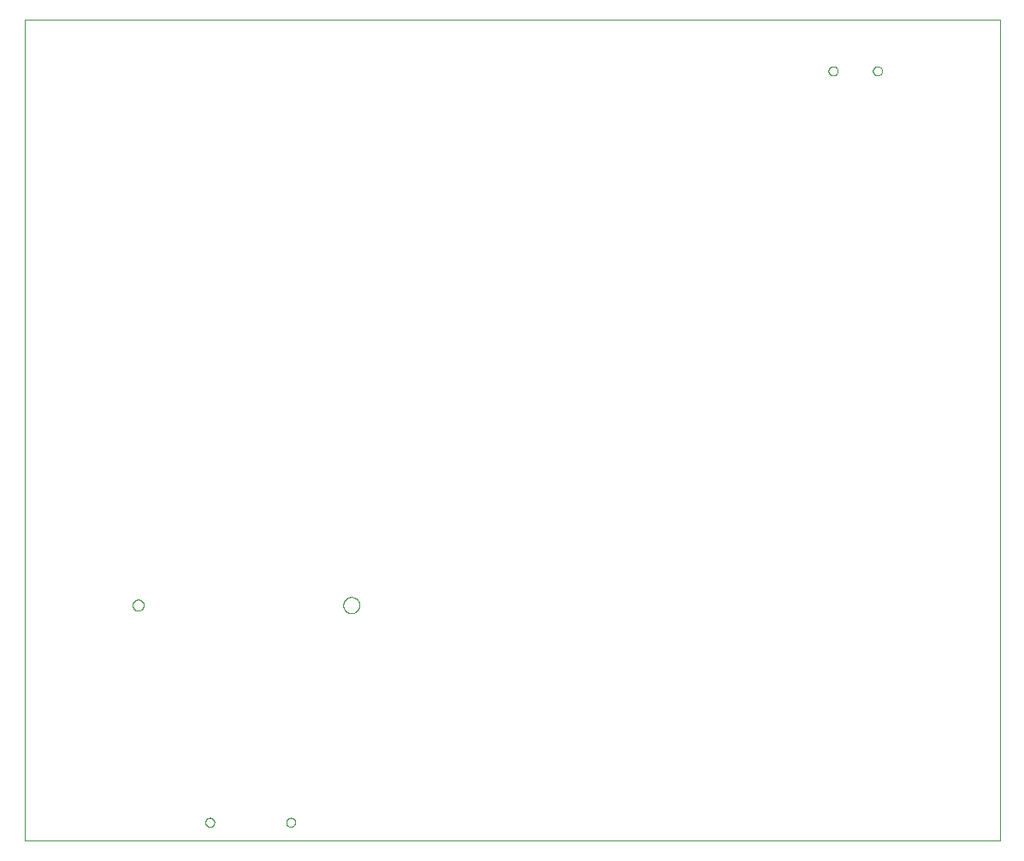
<source format=gko>
G04 EAGLE Gerber RS-274X export*
G75*
%MOMM*%
%FSLAX34Y34*%
%LPD*%
%INMill Layer*%
%IPPOS*%
%AMOC8*
5,1,8,0,0,1.08239X$1,22.5*%
G01*
%ADD10C,0.000000*%


D10*
X0Y0D02*
X965200Y0D01*
X965200Y812480D01*
X0Y812480D01*
X0Y0D01*
X107100Y233000D02*
X107102Y233148D01*
X107108Y233296D01*
X107118Y233444D01*
X107132Y233592D01*
X107150Y233739D01*
X107172Y233886D01*
X107198Y234032D01*
X107227Y234177D01*
X107261Y234322D01*
X107299Y234465D01*
X107340Y234608D01*
X107385Y234749D01*
X107435Y234889D01*
X107487Y235027D01*
X107544Y235165D01*
X107604Y235300D01*
X107668Y235434D01*
X107735Y235566D01*
X107806Y235696D01*
X107881Y235825D01*
X107959Y235951D01*
X108040Y236075D01*
X108124Y236197D01*
X108212Y236316D01*
X108303Y236433D01*
X108397Y236548D01*
X108495Y236660D01*
X108595Y236769D01*
X108698Y236876D01*
X108804Y236980D01*
X108912Y237081D01*
X109024Y237179D01*
X109138Y237274D01*
X109254Y237365D01*
X109373Y237454D01*
X109494Y237539D01*
X109618Y237621D01*
X109744Y237700D01*
X109871Y237775D01*
X110001Y237847D01*
X110133Y237916D01*
X110266Y237980D01*
X110401Y238041D01*
X110538Y238099D01*
X110676Y238153D01*
X110816Y238203D01*
X110957Y238249D01*
X111099Y238291D01*
X111242Y238330D01*
X111386Y238364D01*
X111532Y238395D01*
X111677Y238422D01*
X111824Y238445D01*
X111971Y238464D01*
X112119Y238479D01*
X112266Y238490D01*
X112415Y238497D01*
X112563Y238500D01*
X112711Y238499D01*
X112859Y238494D01*
X113007Y238485D01*
X113155Y238472D01*
X113303Y238455D01*
X113449Y238434D01*
X113596Y238409D01*
X113741Y238380D01*
X113886Y238348D01*
X114029Y238311D01*
X114172Y238271D01*
X114314Y238226D01*
X114454Y238178D01*
X114593Y238126D01*
X114730Y238071D01*
X114866Y238011D01*
X115001Y237948D01*
X115133Y237882D01*
X115264Y237812D01*
X115393Y237738D01*
X115519Y237661D01*
X115644Y237581D01*
X115766Y237497D01*
X115887Y237410D01*
X116004Y237320D01*
X116120Y237226D01*
X116232Y237130D01*
X116342Y237031D01*
X116450Y236928D01*
X116554Y236823D01*
X116656Y236715D01*
X116754Y236604D01*
X116850Y236491D01*
X116943Y236375D01*
X117032Y236257D01*
X117118Y236136D01*
X117201Y236013D01*
X117281Y235888D01*
X117357Y235761D01*
X117430Y235631D01*
X117499Y235500D01*
X117564Y235367D01*
X117627Y235233D01*
X117685Y235096D01*
X117740Y234958D01*
X117790Y234819D01*
X117838Y234678D01*
X117881Y234537D01*
X117921Y234394D01*
X117956Y234250D01*
X117988Y234105D01*
X118016Y233959D01*
X118040Y233813D01*
X118060Y233666D01*
X118076Y233518D01*
X118088Y233371D01*
X118096Y233222D01*
X118100Y233074D01*
X118100Y232926D01*
X118096Y232778D01*
X118088Y232629D01*
X118076Y232482D01*
X118060Y232334D01*
X118040Y232187D01*
X118016Y232041D01*
X117988Y231895D01*
X117956Y231750D01*
X117921Y231606D01*
X117881Y231463D01*
X117838Y231322D01*
X117790Y231181D01*
X117740Y231042D01*
X117685Y230904D01*
X117627Y230767D01*
X117564Y230633D01*
X117499Y230500D01*
X117430Y230369D01*
X117357Y230239D01*
X117281Y230112D01*
X117201Y229987D01*
X117118Y229864D01*
X117032Y229743D01*
X116943Y229625D01*
X116850Y229509D01*
X116754Y229396D01*
X116656Y229285D01*
X116554Y229177D01*
X116450Y229072D01*
X116342Y228969D01*
X116232Y228870D01*
X116120Y228774D01*
X116004Y228680D01*
X115887Y228590D01*
X115766Y228503D01*
X115644Y228419D01*
X115519Y228339D01*
X115393Y228262D01*
X115264Y228188D01*
X115133Y228118D01*
X115001Y228052D01*
X114866Y227989D01*
X114730Y227929D01*
X114593Y227874D01*
X114454Y227822D01*
X114314Y227774D01*
X114172Y227729D01*
X114029Y227689D01*
X113886Y227652D01*
X113741Y227620D01*
X113596Y227591D01*
X113449Y227566D01*
X113303Y227545D01*
X113155Y227528D01*
X113007Y227515D01*
X112859Y227506D01*
X112711Y227501D01*
X112563Y227500D01*
X112415Y227503D01*
X112266Y227510D01*
X112119Y227521D01*
X111971Y227536D01*
X111824Y227555D01*
X111677Y227578D01*
X111532Y227605D01*
X111386Y227636D01*
X111242Y227670D01*
X111099Y227709D01*
X110957Y227751D01*
X110816Y227797D01*
X110676Y227847D01*
X110538Y227901D01*
X110401Y227959D01*
X110266Y228020D01*
X110133Y228084D01*
X110001Y228153D01*
X109871Y228225D01*
X109744Y228300D01*
X109618Y228379D01*
X109494Y228461D01*
X109373Y228546D01*
X109254Y228635D01*
X109138Y228726D01*
X109024Y228821D01*
X108912Y228919D01*
X108804Y229020D01*
X108698Y229124D01*
X108595Y229231D01*
X108495Y229340D01*
X108397Y229452D01*
X108303Y229567D01*
X108212Y229684D01*
X108124Y229803D01*
X108040Y229925D01*
X107959Y230049D01*
X107881Y230175D01*
X107806Y230304D01*
X107735Y230434D01*
X107668Y230566D01*
X107604Y230700D01*
X107544Y230835D01*
X107487Y230973D01*
X107435Y231111D01*
X107385Y231251D01*
X107340Y231392D01*
X107299Y231535D01*
X107261Y231678D01*
X107227Y231823D01*
X107198Y231968D01*
X107172Y232114D01*
X107150Y232261D01*
X107132Y232408D01*
X107118Y232556D01*
X107108Y232704D01*
X107102Y232852D01*
X107100Y233000D01*
X315600Y233000D02*
X315602Y233196D01*
X315610Y233393D01*
X315622Y233589D01*
X315639Y233784D01*
X315660Y233979D01*
X315687Y234174D01*
X315718Y234368D01*
X315754Y234561D01*
X315794Y234753D01*
X315840Y234944D01*
X315890Y235134D01*
X315944Y235322D01*
X316004Y235509D01*
X316068Y235695D01*
X316136Y235879D01*
X316209Y236061D01*
X316286Y236242D01*
X316368Y236420D01*
X316454Y236597D01*
X316545Y236771D01*
X316639Y236943D01*
X316738Y237113D01*
X316841Y237280D01*
X316948Y237445D01*
X317059Y237606D01*
X317174Y237766D01*
X317293Y237922D01*
X317416Y238075D01*
X317542Y238225D01*
X317672Y238372D01*
X317806Y238516D01*
X317943Y238657D01*
X318084Y238794D01*
X318228Y238928D01*
X318375Y239058D01*
X318525Y239184D01*
X318678Y239307D01*
X318834Y239426D01*
X318994Y239541D01*
X319155Y239652D01*
X319320Y239759D01*
X319487Y239862D01*
X319657Y239961D01*
X319829Y240055D01*
X320003Y240146D01*
X320180Y240232D01*
X320358Y240314D01*
X320539Y240391D01*
X320721Y240464D01*
X320905Y240532D01*
X321091Y240596D01*
X321278Y240656D01*
X321466Y240710D01*
X321656Y240760D01*
X321847Y240806D01*
X322039Y240846D01*
X322232Y240882D01*
X322426Y240913D01*
X322621Y240940D01*
X322816Y240961D01*
X323011Y240978D01*
X323207Y240990D01*
X323404Y240998D01*
X323600Y241000D01*
X323796Y240998D01*
X323993Y240990D01*
X324189Y240978D01*
X324384Y240961D01*
X324579Y240940D01*
X324774Y240913D01*
X324968Y240882D01*
X325161Y240846D01*
X325353Y240806D01*
X325544Y240760D01*
X325734Y240710D01*
X325922Y240656D01*
X326109Y240596D01*
X326295Y240532D01*
X326479Y240464D01*
X326661Y240391D01*
X326842Y240314D01*
X327020Y240232D01*
X327197Y240146D01*
X327371Y240055D01*
X327543Y239961D01*
X327713Y239862D01*
X327880Y239759D01*
X328045Y239652D01*
X328206Y239541D01*
X328366Y239426D01*
X328522Y239307D01*
X328675Y239184D01*
X328825Y239058D01*
X328972Y238928D01*
X329116Y238794D01*
X329257Y238657D01*
X329394Y238516D01*
X329528Y238372D01*
X329658Y238225D01*
X329784Y238075D01*
X329907Y237922D01*
X330026Y237766D01*
X330141Y237606D01*
X330252Y237445D01*
X330359Y237280D01*
X330462Y237113D01*
X330561Y236943D01*
X330655Y236771D01*
X330746Y236597D01*
X330832Y236420D01*
X330914Y236242D01*
X330991Y236061D01*
X331064Y235879D01*
X331132Y235695D01*
X331196Y235509D01*
X331256Y235322D01*
X331310Y235134D01*
X331360Y234944D01*
X331406Y234753D01*
X331446Y234561D01*
X331482Y234368D01*
X331513Y234174D01*
X331540Y233979D01*
X331561Y233784D01*
X331578Y233589D01*
X331590Y233393D01*
X331598Y233196D01*
X331600Y233000D01*
X331598Y232804D01*
X331590Y232607D01*
X331578Y232411D01*
X331561Y232216D01*
X331540Y232021D01*
X331513Y231826D01*
X331482Y231632D01*
X331446Y231439D01*
X331406Y231247D01*
X331360Y231056D01*
X331310Y230866D01*
X331256Y230678D01*
X331196Y230491D01*
X331132Y230305D01*
X331064Y230121D01*
X330991Y229939D01*
X330914Y229758D01*
X330832Y229580D01*
X330746Y229403D01*
X330655Y229229D01*
X330561Y229057D01*
X330462Y228887D01*
X330359Y228720D01*
X330252Y228555D01*
X330141Y228394D01*
X330026Y228234D01*
X329907Y228078D01*
X329784Y227925D01*
X329658Y227775D01*
X329528Y227628D01*
X329394Y227484D01*
X329257Y227343D01*
X329116Y227206D01*
X328972Y227072D01*
X328825Y226942D01*
X328675Y226816D01*
X328522Y226693D01*
X328366Y226574D01*
X328206Y226459D01*
X328045Y226348D01*
X327880Y226241D01*
X327713Y226138D01*
X327543Y226039D01*
X327371Y225945D01*
X327197Y225854D01*
X327020Y225768D01*
X326842Y225686D01*
X326661Y225609D01*
X326479Y225536D01*
X326295Y225468D01*
X326109Y225404D01*
X325922Y225344D01*
X325734Y225290D01*
X325544Y225240D01*
X325353Y225194D01*
X325161Y225154D01*
X324968Y225118D01*
X324774Y225087D01*
X324579Y225060D01*
X324384Y225039D01*
X324189Y225022D01*
X323993Y225010D01*
X323796Y225002D01*
X323600Y225000D01*
X323404Y225002D01*
X323207Y225010D01*
X323011Y225022D01*
X322816Y225039D01*
X322621Y225060D01*
X322426Y225087D01*
X322232Y225118D01*
X322039Y225154D01*
X321847Y225194D01*
X321656Y225240D01*
X321466Y225290D01*
X321278Y225344D01*
X321091Y225404D01*
X320905Y225468D01*
X320721Y225536D01*
X320539Y225609D01*
X320358Y225686D01*
X320180Y225768D01*
X320003Y225854D01*
X319829Y225945D01*
X319657Y226039D01*
X319487Y226138D01*
X319320Y226241D01*
X319155Y226348D01*
X318994Y226459D01*
X318834Y226574D01*
X318678Y226693D01*
X318525Y226816D01*
X318375Y226942D01*
X318228Y227072D01*
X318084Y227206D01*
X317943Y227343D01*
X317806Y227484D01*
X317672Y227628D01*
X317542Y227775D01*
X317416Y227925D01*
X317293Y228078D01*
X317174Y228234D01*
X317059Y228394D01*
X316948Y228555D01*
X316841Y228720D01*
X316738Y228887D01*
X316639Y229057D01*
X316545Y229229D01*
X316454Y229403D01*
X316368Y229580D01*
X316286Y229758D01*
X316209Y229939D01*
X316136Y230121D01*
X316068Y230305D01*
X316004Y230491D01*
X315944Y230678D01*
X315890Y230866D01*
X315840Y231056D01*
X315794Y231247D01*
X315754Y231439D01*
X315718Y231632D01*
X315687Y231826D01*
X315660Y232021D01*
X315639Y232216D01*
X315622Y232411D01*
X315610Y232607D01*
X315602Y232804D01*
X315600Y233000D01*
X839825Y762000D02*
X839827Y762134D01*
X839833Y762268D01*
X839843Y762401D01*
X839857Y762535D01*
X839875Y762668D01*
X839897Y762800D01*
X839922Y762931D01*
X839952Y763062D01*
X839986Y763192D01*
X840023Y763320D01*
X840064Y763448D01*
X840109Y763574D01*
X840158Y763699D01*
X840210Y763822D01*
X840266Y763944D01*
X840326Y764064D01*
X840389Y764182D01*
X840456Y764298D01*
X840526Y764412D01*
X840600Y764524D01*
X840677Y764634D01*
X840757Y764742D01*
X840840Y764847D01*
X840926Y764949D01*
X841015Y765049D01*
X841108Y765146D01*
X841203Y765241D01*
X841301Y765332D01*
X841401Y765421D01*
X841504Y765506D01*
X841610Y765589D01*
X841718Y765668D01*
X841828Y765744D01*
X841941Y765817D01*
X842056Y765886D01*
X842172Y765952D01*
X842291Y766014D01*
X842411Y766073D01*
X842534Y766128D01*
X842657Y766180D01*
X842782Y766227D01*
X842909Y766271D01*
X843037Y766312D01*
X843166Y766348D01*
X843296Y766381D01*
X843427Y766409D01*
X843558Y766434D01*
X843691Y766455D01*
X843824Y766472D01*
X843957Y766485D01*
X844091Y766494D01*
X844225Y766499D01*
X844359Y766500D01*
X844492Y766497D01*
X844626Y766490D01*
X844760Y766479D01*
X844893Y766464D01*
X845026Y766445D01*
X845158Y766422D01*
X845289Y766396D01*
X845419Y766365D01*
X845549Y766330D01*
X845677Y766292D01*
X845804Y766250D01*
X845930Y766204D01*
X846055Y766154D01*
X846178Y766101D01*
X846299Y766044D01*
X846419Y765983D01*
X846536Y765919D01*
X846652Y765852D01*
X846766Y765781D01*
X846877Y765706D01*
X846986Y765629D01*
X847093Y765548D01*
X847198Y765464D01*
X847299Y765377D01*
X847399Y765287D01*
X847495Y765194D01*
X847589Y765098D01*
X847680Y764999D01*
X847767Y764898D01*
X847852Y764794D01*
X847934Y764688D01*
X848012Y764580D01*
X848087Y764469D01*
X848159Y764356D01*
X848228Y764240D01*
X848293Y764123D01*
X848354Y764004D01*
X848412Y763883D01*
X848466Y763761D01*
X848517Y763637D01*
X848564Y763511D01*
X848607Y763384D01*
X848646Y763256D01*
X848682Y763127D01*
X848713Y762997D01*
X848741Y762866D01*
X848765Y762734D01*
X848785Y762601D01*
X848801Y762468D01*
X848813Y762335D01*
X848821Y762201D01*
X848825Y762067D01*
X848825Y761933D01*
X848821Y761799D01*
X848813Y761665D01*
X848801Y761532D01*
X848785Y761399D01*
X848765Y761266D01*
X848741Y761134D01*
X848713Y761003D01*
X848682Y760873D01*
X848646Y760744D01*
X848607Y760616D01*
X848564Y760489D01*
X848517Y760363D01*
X848466Y760239D01*
X848412Y760117D01*
X848354Y759996D01*
X848293Y759877D01*
X848228Y759760D01*
X848159Y759644D01*
X848087Y759531D01*
X848012Y759420D01*
X847934Y759312D01*
X847852Y759206D01*
X847767Y759102D01*
X847680Y759001D01*
X847589Y758902D01*
X847495Y758806D01*
X847399Y758713D01*
X847299Y758623D01*
X847198Y758536D01*
X847093Y758452D01*
X846986Y758371D01*
X846877Y758294D01*
X846766Y758219D01*
X846652Y758148D01*
X846536Y758081D01*
X846419Y758017D01*
X846299Y757956D01*
X846178Y757899D01*
X846055Y757846D01*
X845930Y757796D01*
X845804Y757750D01*
X845677Y757708D01*
X845549Y757670D01*
X845419Y757635D01*
X845289Y757604D01*
X845158Y757578D01*
X845026Y757555D01*
X844893Y757536D01*
X844760Y757521D01*
X844626Y757510D01*
X844492Y757503D01*
X844359Y757500D01*
X844225Y757501D01*
X844091Y757506D01*
X843957Y757515D01*
X843824Y757528D01*
X843691Y757545D01*
X843558Y757566D01*
X843427Y757591D01*
X843296Y757619D01*
X843166Y757652D01*
X843037Y757688D01*
X842909Y757729D01*
X842782Y757773D01*
X842657Y757820D01*
X842534Y757872D01*
X842411Y757927D01*
X842291Y757986D01*
X842172Y758048D01*
X842056Y758114D01*
X841941Y758183D01*
X841828Y758256D01*
X841718Y758332D01*
X841610Y758411D01*
X841504Y758494D01*
X841401Y758579D01*
X841301Y758668D01*
X841203Y758759D01*
X841108Y758854D01*
X841015Y758951D01*
X840926Y759051D01*
X840840Y759153D01*
X840757Y759258D01*
X840677Y759366D01*
X840600Y759476D01*
X840526Y759588D01*
X840456Y759702D01*
X840389Y759818D01*
X840326Y759936D01*
X840266Y760056D01*
X840210Y760178D01*
X840158Y760301D01*
X840109Y760426D01*
X840064Y760552D01*
X840023Y760680D01*
X839986Y760808D01*
X839952Y760938D01*
X839922Y761069D01*
X839897Y761200D01*
X839875Y761332D01*
X839857Y761465D01*
X839843Y761599D01*
X839833Y761732D01*
X839827Y761866D01*
X839825Y762000D01*
X795825Y762000D02*
X795827Y762134D01*
X795833Y762268D01*
X795843Y762401D01*
X795857Y762535D01*
X795875Y762668D01*
X795897Y762800D01*
X795922Y762931D01*
X795952Y763062D01*
X795986Y763192D01*
X796023Y763320D01*
X796064Y763448D01*
X796109Y763574D01*
X796158Y763699D01*
X796210Y763822D01*
X796266Y763944D01*
X796326Y764064D01*
X796389Y764182D01*
X796456Y764298D01*
X796526Y764412D01*
X796600Y764524D01*
X796677Y764634D01*
X796757Y764742D01*
X796840Y764847D01*
X796926Y764949D01*
X797015Y765049D01*
X797108Y765146D01*
X797203Y765241D01*
X797301Y765332D01*
X797401Y765421D01*
X797504Y765506D01*
X797610Y765589D01*
X797718Y765668D01*
X797828Y765744D01*
X797941Y765817D01*
X798056Y765886D01*
X798172Y765952D01*
X798291Y766014D01*
X798411Y766073D01*
X798534Y766128D01*
X798657Y766180D01*
X798782Y766227D01*
X798909Y766271D01*
X799037Y766312D01*
X799166Y766348D01*
X799296Y766381D01*
X799427Y766409D01*
X799558Y766434D01*
X799691Y766455D01*
X799824Y766472D01*
X799957Y766485D01*
X800091Y766494D01*
X800225Y766499D01*
X800359Y766500D01*
X800492Y766497D01*
X800626Y766490D01*
X800760Y766479D01*
X800893Y766464D01*
X801026Y766445D01*
X801158Y766422D01*
X801289Y766396D01*
X801419Y766365D01*
X801549Y766330D01*
X801677Y766292D01*
X801804Y766250D01*
X801930Y766204D01*
X802055Y766154D01*
X802178Y766101D01*
X802299Y766044D01*
X802419Y765983D01*
X802536Y765919D01*
X802652Y765852D01*
X802766Y765781D01*
X802877Y765706D01*
X802986Y765629D01*
X803093Y765548D01*
X803198Y765464D01*
X803299Y765377D01*
X803399Y765287D01*
X803495Y765194D01*
X803589Y765098D01*
X803680Y764999D01*
X803767Y764898D01*
X803852Y764794D01*
X803934Y764688D01*
X804012Y764580D01*
X804087Y764469D01*
X804159Y764356D01*
X804228Y764240D01*
X804293Y764123D01*
X804354Y764004D01*
X804412Y763883D01*
X804466Y763761D01*
X804517Y763637D01*
X804564Y763511D01*
X804607Y763384D01*
X804646Y763256D01*
X804682Y763127D01*
X804713Y762997D01*
X804741Y762866D01*
X804765Y762734D01*
X804785Y762601D01*
X804801Y762468D01*
X804813Y762335D01*
X804821Y762201D01*
X804825Y762067D01*
X804825Y761933D01*
X804821Y761799D01*
X804813Y761665D01*
X804801Y761532D01*
X804785Y761399D01*
X804765Y761266D01*
X804741Y761134D01*
X804713Y761003D01*
X804682Y760873D01*
X804646Y760744D01*
X804607Y760616D01*
X804564Y760489D01*
X804517Y760363D01*
X804466Y760239D01*
X804412Y760117D01*
X804354Y759996D01*
X804293Y759877D01*
X804228Y759760D01*
X804159Y759644D01*
X804087Y759531D01*
X804012Y759420D01*
X803934Y759312D01*
X803852Y759206D01*
X803767Y759102D01*
X803680Y759001D01*
X803589Y758902D01*
X803495Y758806D01*
X803399Y758713D01*
X803299Y758623D01*
X803198Y758536D01*
X803093Y758452D01*
X802986Y758371D01*
X802877Y758294D01*
X802766Y758219D01*
X802652Y758148D01*
X802536Y758081D01*
X802419Y758017D01*
X802299Y757956D01*
X802178Y757899D01*
X802055Y757846D01*
X801930Y757796D01*
X801804Y757750D01*
X801677Y757708D01*
X801549Y757670D01*
X801419Y757635D01*
X801289Y757604D01*
X801158Y757578D01*
X801026Y757555D01*
X800893Y757536D01*
X800760Y757521D01*
X800626Y757510D01*
X800492Y757503D01*
X800359Y757500D01*
X800225Y757501D01*
X800091Y757506D01*
X799957Y757515D01*
X799824Y757528D01*
X799691Y757545D01*
X799558Y757566D01*
X799427Y757591D01*
X799296Y757619D01*
X799166Y757652D01*
X799037Y757688D01*
X798909Y757729D01*
X798782Y757773D01*
X798657Y757820D01*
X798534Y757872D01*
X798411Y757927D01*
X798291Y757986D01*
X798172Y758048D01*
X798056Y758114D01*
X797941Y758183D01*
X797828Y758256D01*
X797718Y758332D01*
X797610Y758411D01*
X797504Y758494D01*
X797401Y758579D01*
X797301Y758668D01*
X797203Y758759D01*
X797108Y758854D01*
X797015Y758951D01*
X796926Y759051D01*
X796840Y759153D01*
X796757Y759258D01*
X796677Y759366D01*
X796600Y759476D01*
X796526Y759588D01*
X796456Y759702D01*
X796389Y759818D01*
X796326Y759936D01*
X796266Y760056D01*
X796210Y760178D01*
X796158Y760301D01*
X796109Y760426D01*
X796064Y760552D01*
X796023Y760680D01*
X795986Y760808D01*
X795952Y760938D01*
X795922Y761069D01*
X795897Y761200D01*
X795875Y761332D01*
X795857Y761465D01*
X795843Y761599D01*
X795833Y761732D01*
X795827Y761866D01*
X795825Y762000D01*
X179105Y18000D02*
X179107Y18133D01*
X179113Y18266D01*
X179123Y18398D01*
X179137Y18531D01*
X179155Y18662D01*
X179176Y18794D01*
X179202Y18924D01*
X179232Y19054D01*
X179265Y19183D01*
X179302Y19310D01*
X179344Y19437D01*
X179388Y19562D01*
X179437Y19686D01*
X179489Y19808D01*
X179545Y19929D01*
X179605Y20048D01*
X179668Y20165D01*
X179734Y20280D01*
X179804Y20393D01*
X179877Y20504D01*
X179954Y20613D01*
X180034Y20719D01*
X180117Y20823D01*
X180203Y20925D01*
X180292Y21023D01*
X180383Y21119D01*
X180478Y21213D01*
X180576Y21303D01*
X180676Y21391D01*
X180779Y21475D01*
X180884Y21557D01*
X180991Y21635D01*
X181101Y21710D01*
X181213Y21781D01*
X181328Y21849D01*
X181444Y21914D01*
X181562Y21976D01*
X181682Y22033D01*
X181803Y22087D01*
X181926Y22138D01*
X182051Y22184D01*
X182176Y22227D01*
X182304Y22267D01*
X182432Y22302D01*
X182561Y22334D01*
X182691Y22361D01*
X182822Y22385D01*
X182953Y22405D01*
X183085Y22421D01*
X183218Y22433D01*
X183351Y22441D01*
X183484Y22445D01*
X183616Y22445D01*
X183749Y22441D01*
X183882Y22433D01*
X184015Y22421D01*
X184147Y22405D01*
X184278Y22385D01*
X184409Y22361D01*
X184539Y22334D01*
X184668Y22302D01*
X184796Y22267D01*
X184924Y22227D01*
X185049Y22184D01*
X185174Y22138D01*
X185297Y22087D01*
X185418Y22033D01*
X185538Y21976D01*
X185656Y21914D01*
X185773Y21849D01*
X185887Y21781D01*
X185999Y21710D01*
X186109Y21635D01*
X186216Y21557D01*
X186321Y21475D01*
X186424Y21391D01*
X186524Y21303D01*
X186622Y21213D01*
X186717Y21119D01*
X186808Y21023D01*
X186897Y20925D01*
X186983Y20823D01*
X187066Y20719D01*
X187146Y20613D01*
X187223Y20504D01*
X187296Y20393D01*
X187366Y20280D01*
X187432Y20165D01*
X187495Y20048D01*
X187555Y19929D01*
X187611Y19808D01*
X187663Y19686D01*
X187712Y19562D01*
X187756Y19437D01*
X187798Y19310D01*
X187835Y19183D01*
X187868Y19054D01*
X187898Y18924D01*
X187924Y18794D01*
X187945Y18662D01*
X187963Y18531D01*
X187977Y18398D01*
X187987Y18266D01*
X187993Y18133D01*
X187995Y18000D01*
X187993Y17867D01*
X187987Y17734D01*
X187977Y17602D01*
X187963Y17469D01*
X187945Y17338D01*
X187924Y17206D01*
X187898Y17076D01*
X187868Y16946D01*
X187835Y16817D01*
X187798Y16690D01*
X187756Y16563D01*
X187712Y16438D01*
X187663Y16314D01*
X187611Y16192D01*
X187555Y16071D01*
X187495Y15952D01*
X187432Y15835D01*
X187366Y15720D01*
X187296Y15607D01*
X187223Y15496D01*
X187146Y15387D01*
X187066Y15281D01*
X186983Y15177D01*
X186897Y15075D01*
X186808Y14977D01*
X186717Y14881D01*
X186622Y14787D01*
X186524Y14697D01*
X186424Y14609D01*
X186321Y14525D01*
X186216Y14443D01*
X186109Y14365D01*
X185999Y14290D01*
X185887Y14219D01*
X185772Y14151D01*
X185656Y14086D01*
X185538Y14024D01*
X185418Y13967D01*
X185297Y13913D01*
X185174Y13862D01*
X185049Y13816D01*
X184924Y13773D01*
X184796Y13733D01*
X184668Y13698D01*
X184539Y13666D01*
X184409Y13639D01*
X184278Y13615D01*
X184147Y13595D01*
X184015Y13579D01*
X183882Y13567D01*
X183749Y13559D01*
X183616Y13555D01*
X183484Y13555D01*
X183351Y13559D01*
X183218Y13567D01*
X183085Y13579D01*
X182953Y13595D01*
X182822Y13615D01*
X182691Y13639D01*
X182561Y13666D01*
X182432Y13698D01*
X182304Y13733D01*
X182176Y13773D01*
X182051Y13816D01*
X181926Y13862D01*
X181803Y13913D01*
X181682Y13967D01*
X181562Y14024D01*
X181444Y14086D01*
X181327Y14151D01*
X181213Y14219D01*
X181101Y14290D01*
X180991Y14365D01*
X180884Y14443D01*
X180779Y14525D01*
X180676Y14609D01*
X180576Y14697D01*
X180478Y14787D01*
X180383Y14881D01*
X180292Y14977D01*
X180203Y15075D01*
X180117Y15177D01*
X180034Y15281D01*
X179954Y15387D01*
X179877Y15496D01*
X179804Y15607D01*
X179734Y15720D01*
X179668Y15835D01*
X179605Y15952D01*
X179545Y16071D01*
X179489Y16192D01*
X179437Y16314D01*
X179388Y16438D01*
X179344Y16563D01*
X179302Y16690D01*
X179265Y16817D01*
X179232Y16946D01*
X179202Y17076D01*
X179176Y17206D01*
X179155Y17338D01*
X179137Y17469D01*
X179123Y17602D01*
X179113Y17734D01*
X179107Y17867D01*
X179105Y18000D01*
X259105Y18000D02*
X259107Y18133D01*
X259113Y18266D01*
X259123Y18398D01*
X259137Y18531D01*
X259155Y18662D01*
X259176Y18794D01*
X259202Y18924D01*
X259232Y19054D01*
X259265Y19183D01*
X259302Y19310D01*
X259344Y19437D01*
X259388Y19562D01*
X259437Y19686D01*
X259489Y19808D01*
X259545Y19929D01*
X259605Y20048D01*
X259668Y20165D01*
X259734Y20280D01*
X259804Y20393D01*
X259877Y20504D01*
X259954Y20613D01*
X260034Y20719D01*
X260117Y20823D01*
X260203Y20925D01*
X260292Y21023D01*
X260383Y21119D01*
X260478Y21213D01*
X260576Y21303D01*
X260676Y21391D01*
X260779Y21475D01*
X260884Y21557D01*
X260991Y21635D01*
X261101Y21710D01*
X261213Y21781D01*
X261328Y21849D01*
X261444Y21914D01*
X261562Y21976D01*
X261682Y22033D01*
X261803Y22087D01*
X261926Y22138D01*
X262051Y22184D01*
X262176Y22227D01*
X262304Y22267D01*
X262432Y22302D01*
X262561Y22334D01*
X262691Y22361D01*
X262822Y22385D01*
X262953Y22405D01*
X263085Y22421D01*
X263218Y22433D01*
X263351Y22441D01*
X263484Y22445D01*
X263616Y22445D01*
X263749Y22441D01*
X263882Y22433D01*
X264015Y22421D01*
X264147Y22405D01*
X264278Y22385D01*
X264409Y22361D01*
X264539Y22334D01*
X264668Y22302D01*
X264796Y22267D01*
X264924Y22227D01*
X265049Y22184D01*
X265174Y22138D01*
X265297Y22087D01*
X265418Y22033D01*
X265538Y21976D01*
X265656Y21914D01*
X265773Y21849D01*
X265887Y21781D01*
X265999Y21710D01*
X266109Y21635D01*
X266216Y21557D01*
X266321Y21475D01*
X266424Y21391D01*
X266524Y21303D01*
X266622Y21213D01*
X266717Y21119D01*
X266808Y21023D01*
X266897Y20925D01*
X266983Y20823D01*
X267066Y20719D01*
X267146Y20613D01*
X267223Y20504D01*
X267296Y20393D01*
X267366Y20280D01*
X267432Y20165D01*
X267495Y20048D01*
X267555Y19929D01*
X267611Y19808D01*
X267663Y19686D01*
X267712Y19562D01*
X267756Y19437D01*
X267798Y19310D01*
X267835Y19183D01*
X267868Y19054D01*
X267898Y18924D01*
X267924Y18794D01*
X267945Y18662D01*
X267963Y18531D01*
X267977Y18398D01*
X267987Y18266D01*
X267993Y18133D01*
X267995Y18000D01*
X267993Y17867D01*
X267987Y17734D01*
X267977Y17602D01*
X267963Y17469D01*
X267945Y17338D01*
X267924Y17206D01*
X267898Y17076D01*
X267868Y16946D01*
X267835Y16817D01*
X267798Y16690D01*
X267756Y16563D01*
X267712Y16438D01*
X267663Y16314D01*
X267611Y16192D01*
X267555Y16071D01*
X267495Y15952D01*
X267432Y15835D01*
X267366Y15720D01*
X267296Y15607D01*
X267223Y15496D01*
X267146Y15387D01*
X267066Y15281D01*
X266983Y15177D01*
X266897Y15075D01*
X266808Y14977D01*
X266717Y14881D01*
X266622Y14787D01*
X266524Y14697D01*
X266424Y14609D01*
X266321Y14525D01*
X266216Y14443D01*
X266109Y14365D01*
X265999Y14290D01*
X265887Y14219D01*
X265772Y14151D01*
X265656Y14086D01*
X265538Y14024D01*
X265418Y13967D01*
X265297Y13913D01*
X265174Y13862D01*
X265049Y13816D01*
X264924Y13773D01*
X264796Y13733D01*
X264668Y13698D01*
X264539Y13666D01*
X264409Y13639D01*
X264278Y13615D01*
X264147Y13595D01*
X264015Y13579D01*
X263882Y13567D01*
X263749Y13559D01*
X263616Y13555D01*
X263484Y13555D01*
X263351Y13559D01*
X263218Y13567D01*
X263085Y13579D01*
X262953Y13595D01*
X262822Y13615D01*
X262691Y13639D01*
X262561Y13666D01*
X262432Y13698D01*
X262304Y13733D01*
X262176Y13773D01*
X262051Y13816D01*
X261926Y13862D01*
X261803Y13913D01*
X261682Y13967D01*
X261562Y14024D01*
X261444Y14086D01*
X261327Y14151D01*
X261213Y14219D01*
X261101Y14290D01*
X260991Y14365D01*
X260884Y14443D01*
X260779Y14525D01*
X260676Y14609D01*
X260576Y14697D01*
X260478Y14787D01*
X260383Y14881D01*
X260292Y14977D01*
X260203Y15075D01*
X260117Y15177D01*
X260034Y15281D01*
X259954Y15387D01*
X259877Y15496D01*
X259804Y15607D01*
X259734Y15720D01*
X259668Y15835D01*
X259605Y15952D01*
X259545Y16071D01*
X259489Y16192D01*
X259437Y16314D01*
X259388Y16438D01*
X259344Y16563D01*
X259302Y16690D01*
X259265Y16817D01*
X259232Y16946D01*
X259202Y17076D01*
X259176Y17206D01*
X259155Y17338D01*
X259137Y17469D01*
X259123Y17602D01*
X259113Y17734D01*
X259107Y17867D01*
X259105Y18000D01*
M02*

</source>
